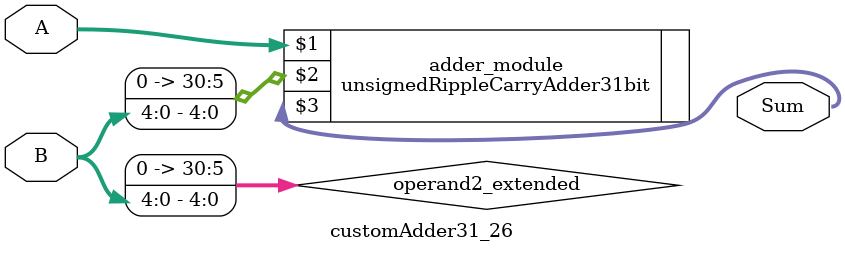
<source format=v>

module customAdder31_26(
                    input [30 : 0] A,
                    input [4 : 0] B,
                    
                    output [31 : 0] Sum
            );

    wire [30 : 0] operand2_extended;
    
    assign operand2_extended =  {26'b0, B};
    
    unsignedRippleCarryAdder31bit adder_module(
        A,
        operand2_extended,
        Sum
    );
    
endmodule
        
</source>
